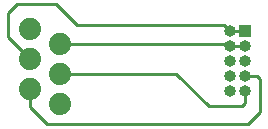
<source format=gbr>
%TF.GenerationSoftware,KiCad,Pcbnew,7.0.10-7.0.10~ubuntu22.04.1*%
%TF.CreationDate,2024-01-31T09:21:12+05:30*%
%TF.ProjectId,bir-pms7003-rj11,6269722d-706d-4733-9730-30332d726a31,rev?*%
%TF.SameCoordinates,Original*%
%TF.FileFunction,Copper,L1,Top*%
%TF.FilePolarity,Positive*%
%FSLAX46Y46*%
G04 Gerber Fmt 4.6, Leading zero omitted, Abs format (unit mm)*
G04 Created by KiCad (PCBNEW 7.0.10-7.0.10~ubuntu22.04.1) date 2024-01-31 09:21:12*
%MOMM*%
%LPD*%
G01*
G04 APERTURE LIST*
%TA.AperFunction,ComponentPad*%
%ADD10C,1.879600*%
%TD*%
%TA.AperFunction,ComponentPad*%
%ADD11R,1.000000X1.000000*%
%TD*%
%TA.AperFunction,ComponentPad*%
%ADD12O,1.000000X1.000000*%
%TD*%
%TA.AperFunction,Conductor*%
%ADD13C,0.250000*%
%TD*%
G04 APERTURE END LIST*
D10*
%TO.P,J1,1*%
%TO.N,unconnected-(J1-Pad1)*%
X83132600Y-58426600D03*
%TO.P,J1,2*%
%TO.N,/GPIO14{slash}TXD0*%
X80592600Y-57156600D03*
%TO.P,J1,3*%
%TO.N,/GPIO15{slash}RXD0*%
X83132600Y-55886600D03*
%TO.P,J1,4*%
%TO.N,/5V*%
X80592600Y-54616600D03*
%TO.P,J1,5*%
%TO.N,/GND*%
X83132600Y-53346600D03*
%TO.P,J1,6*%
%TO.N,unconnected-(J1-Pad6)*%
X80592600Y-52076600D03*
%TD*%
D11*
%TO.P,J2,1,Pin_1*%
%TO.N,/5V*%
X98806000Y-52324000D03*
D12*
%TO.P,J2,2,Pin_2*%
X97536000Y-52324000D03*
%TO.P,J2,3,Pin_3*%
%TO.N,/GND*%
X98806000Y-53594000D03*
%TO.P,J2,4,Pin_4*%
X97536000Y-53594000D03*
%TO.P,J2,5,Pin_5*%
%TO.N,unconnected-(J2-Pin_5-Pad5)*%
X98806000Y-54864000D03*
%TO.P,J2,6,Pin_6*%
%TO.N,unconnected-(J2-Pin_6-Pad6)*%
X97536000Y-54864000D03*
%TO.P,J2,7,Pin_7*%
%TO.N,/GPIO14{slash}TXD0*%
X98806000Y-56134000D03*
%TO.P,J2,8,Pin_8*%
%TO.N,unconnected-(J2-Pin_8-Pad8)*%
X97536000Y-56134000D03*
%TO.P,J2,9,Pin_9*%
%TO.N,/GPIO15{slash}RXD0*%
X98806000Y-57404000D03*
%TO.P,J2,10,Pin_10*%
%TO.N,unconnected-(J2-Pin_10-Pad10)*%
X97536000Y-57404000D03*
%TD*%
D13*
%TO.N,/GPIO14{slash}TXD0*%
X82042000Y-60198000D02*
X99060000Y-60198000D01*
X99822000Y-56134000D02*
X98806000Y-56134000D01*
X100076000Y-56388000D02*
X99822000Y-56134000D01*
X99060000Y-60198000D02*
X100076000Y-59182000D01*
X80592600Y-57156600D02*
X80592600Y-58748600D01*
X100076000Y-59182000D02*
X100076000Y-56388000D01*
X80592600Y-58748600D02*
X82042000Y-60198000D01*
%TO.N,/GPIO15{slash}RXD0*%
X83132600Y-55886600D02*
X92970600Y-55886600D01*
X95758000Y-58674000D02*
X98552000Y-58674000D01*
X98552000Y-58674000D02*
X98806000Y-58420000D01*
X92970600Y-55886600D02*
X95758000Y-58674000D01*
X98806000Y-58420000D02*
X98806000Y-57404000D01*
%TO.N,/5V*%
X78740000Y-52764000D02*
X78740000Y-50800000D01*
X78740000Y-50800000D02*
X79502000Y-50038000D01*
X79502000Y-50038000D02*
X82804000Y-50038000D01*
X82804000Y-50038000D02*
X84582000Y-51816000D01*
X97536000Y-52324000D02*
X98806000Y-52324000D01*
X97028000Y-51816000D02*
X97536000Y-52324000D01*
X80592600Y-54616600D02*
X78740000Y-52764000D01*
X84582000Y-51816000D02*
X97028000Y-51816000D01*
%TO.N,/GND*%
X83132600Y-53346600D02*
X97288600Y-53346600D01*
X97288600Y-53346600D02*
X97536000Y-53594000D01*
X97536000Y-53594000D02*
X98806000Y-53594000D01*
%TD*%
M02*

</source>
